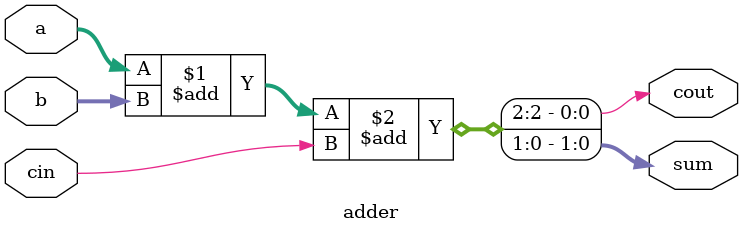
<source format=v>
module adder (
 input [1:0] a,
 input [1:0] b,
 input cin,
 output [1:0] sum,
 output cout
);
 assign {cout, sum} = a + b + cin;
endmodule
</source>
